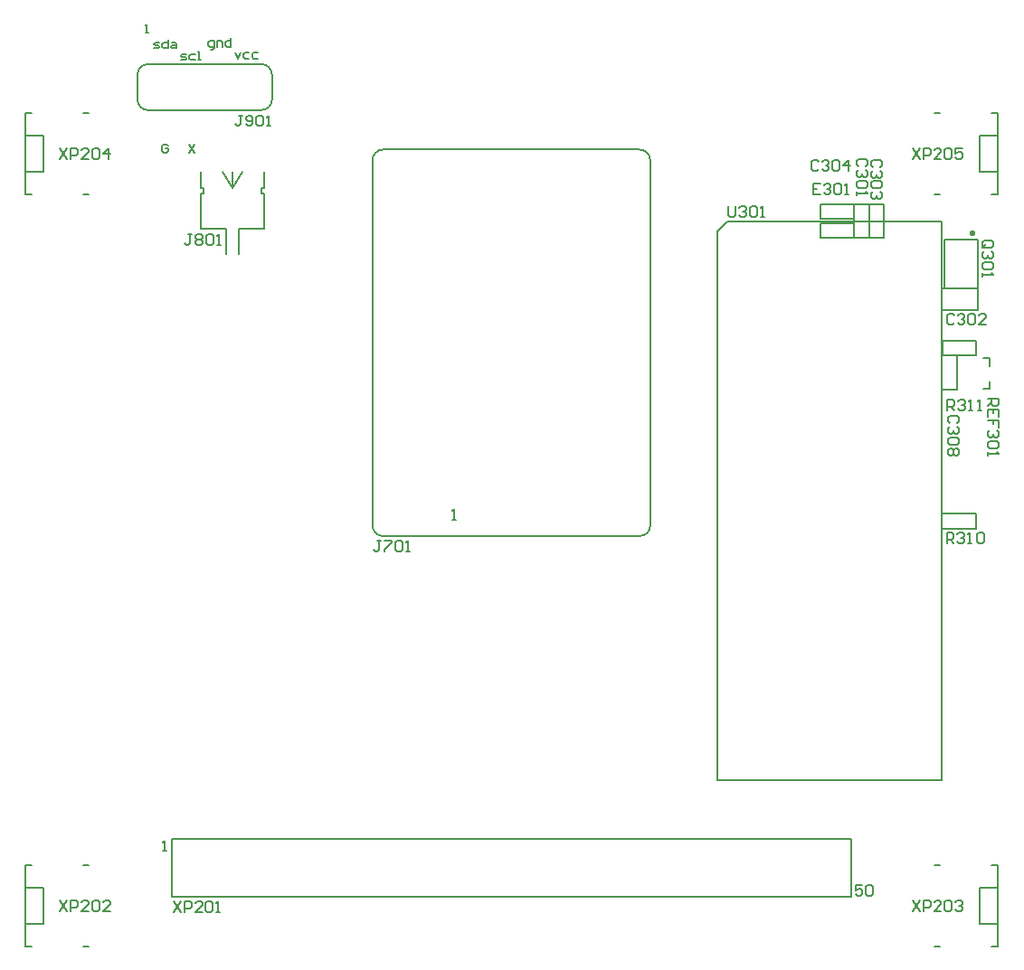
<source format=gto>
G04*
G04 #@! TF.GenerationSoftware,Altium Limited,Altium Designer,22.1.2 (22)*
G04*
G04 Layer_Color=65535*
%FSAX44Y44*%
%MOMM*%
G71*
G04*
G04 #@! TF.SameCoordinates,D4940EDF-FCE3-461B-A7F8-CC2F5B5D0F8E*
G04*
G04*
G04 #@! TF.FilePolarity,Positive*
G04*
G01*
G75*
%ADD10C,0.1530*%
%ADD11C,0.2000*%
%ADD12C,0.2540*%
D10*
X00350000Y00766000D02*
G03*
X00340000Y00756000I00000000J-00010000D01*
G01*
X00600000Y00756000D02*
G03*
X00590000Y00766000I-00010000J00000000D01*
G01*
Y00404000D02*
G03*
X00600000Y00414000I00000000J00010000D01*
G01*
X00340000D02*
G03*
X00350000Y00404000I00010000J00000000D01*
G01*
X00236000Y00803000D02*
G03*
X00246000Y00813000I00000000J00010000D01*
G01*
Y00836000D02*
G03*
X00236000Y00846000I-00010000J00000000D01*
G01*
X00130000Y00846000D02*
G03*
X00120000Y00836000I00000000J-00010000D01*
G01*
Y00813000D02*
G03*
X00130000Y00803000I00010000J00000000D01*
G01*
X00340000Y00756000D02*
X00340000Y00414000D01*
X00350000Y00766000D02*
X00590000Y00766000D01*
X00600000Y00756000D02*
X00600000Y00414000D01*
X00350000Y00403999D02*
X00590000Y00403999D01*
X00179000Y00692000D02*
Y00725000D01*
X00182000D01*
Y00730000D01*
X00179000D02*
X00182000D01*
X00179000D02*
Y00745000D01*
Y00692000D02*
X00203000D01*
Y00668000D02*
Y00692000D01*
X00239000D02*
Y00725000D01*
X00236000D02*
X00239000D01*
X00236000D02*
Y00730000D01*
X00239000D01*
Y00745000D01*
X00215000Y00692000D02*
X00239000D01*
X00215000Y00668000D02*
Y00692000D01*
X00209000Y00730000D02*
Y00745000D01*
X00199730Y00744831D02*
X00209000Y00730000D01*
X00208978Y00729957D02*
X00218273Y00744829D01*
X00130000Y00803000D02*
X00236000D01*
X00120000Y00813000D02*
Y00836000D01*
X00130000Y00846000D02*
X00236000D01*
X00246000Y00813000D02*
Y00836000D01*
X00873000Y00616000D02*
Y00636000D01*
X00907000D01*
Y00616000D02*
Y00636000D01*
X00873000Y00616000D02*
X00907000D01*
X00152000Y00066000D02*
Y00120000D01*
X00788000D01*
Y00066000D02*
Y00120000D01*
X00152000Y00066000D02*
X00788000D01*
X00873250Y00573000D02*
X00905250D01*
X00873250D02*
Y00587000D01*
X00905250D01*
Y00573000D02*
Y00587000D01*
X00672550Y00699050D02*
X00873000D01*
X00662800Y00689300D02*
X00672550Y00699050D01*
X00873000D02*
X00873000Y00175000D01*
X00805000Y00683000D02*
Y00715000D01*
X00791000Y00683000D02*
X00805000Y00683000D01*
X00791000Y00683000D02*
Y00715000D01*
X00805000D01*
X00873000Y00541000D02*
Y00573000D01*
X00887000Y00573000D01*
Y00541000D02*
Y00573000D01*
X00873000Y00541000D02*
X00887000Y00541000D01*
X00912000Y00570500D02*
X00918000D01*
Y00563000D02*
Y00570500D01*
X00912000Y00542000D02*
X00918000D01*
Y00549000D01*
X00791000Y00701000D02*
Y00715000D01*
X00759000D02*
X00791000D01*
X00759000Y00701000D02*
X00759000Y00715000D01*
X00759000Y00701000D02*
X00791000D01*
X00759000Y00697000D02*
X00791000Y00697000D01*
X00759000Y00683000D02*
Y00697000D01*
X00791000Y00697000D02*
X00791000Y00683000D01*
X00759000Y00683000D02*
X00791000Y00683000D01*
X00805000Y00715000D02*
X00819000Y00715000D01*
X00805000Y00683000D02*
Y00715000D01*
Y00683000D02*
X00819000Y00683000D01*
Y00715000D01*
X00873000Y00411000D02*
X00905000D01*
X00873000D02*
Y00425000D01*
X00905000D01*
Y00411000D02*
Y00425000D01*
X00875000Y00636000D02*
X00907000D01*
Y00682000D01*
X00875000Y00636000D02*
Y00682000D01*
X00907000D01*
X00662800Y00175000D02*
Y00689300D01*
Y00175000D02*
X00873000D01*
X00866000Y00096000D02*
X00871000D01*
X00866000Y00020000D02*
X00871000D01*
X00908000Y00041000D02*
X00925000D01*
X00908000D02*
Y00075000D01*
X00925000D01*
X00919000Y00096000D02*
X00925000D01*
X00919000Y00020000D02*
X00925000D01*
Y00096000D01*
X00866000Y00800000D02*
X00871000D01*
X00866000Y00724000D02*
X00871000D01*
X00908000Y00745000D02*
X00925000D01*
X00908000D02*
Y00779000D01*
X00925000D01*
X00919000Y00800000D02*
X00925000D01*
X00919000Y00724000D02*
X00925000D01*
Y00800000D01*
X00069000Y00020000D02*
X00074000D01*
X00069000Y00096000D02*
X00074000D01*
X00015000Y00075000D02*
X00032000D01*
Y00041000D02*
Y00075000D01*
X00015000Y00041000D02*
X00032000D01*
X00015000Y00020000D02*
X00021000D01*
X00015000Y00096000D02*
X00021000D01*
X00015000Y00020000D02*
Y00096000D01*
Y00724000D02*
Y00800000D01*
X00021000D01*
X00015000Y00724000D02*
X00021000D01*
X00015000Y00745000D02*
X00032000D01*
Y00779000D01*
X00015000D02*
X00032000D01*
X00069000Y00800000D02*
X00074000D01*
X00069000Y00724000D02*
X00074000D01*
X00148666Y00769666D02*
X00147333Y00770999D01*
X00144667D01*
X00143334Y00769666D01*
Y00764334D01*
X00144667Y00763001D01*
X00147333D01*
X00148666Y00764334D01*
Y00767000D01*
X00146000D01*
X00168334Y00770999D02*
X00173666Y00763001D01*
Y00770999D02*
X00168334Y00763001D01*
X00160670Y00850001D02*
X00164668D01*
X00166001Y00851334D01*
X00164668Y00852667D01*
X00162003D01*
X00160670Y00854000D01*
X00162003Y00855333D01*
X00166001D01*
X00173999D02*
X00170000D01*
X00168667Y00854000D01*
Y00851334D01*
X00170000Y00850001D01*
X00173999D01*
X00176665D02*
X00179330D01*
X00177997D01*
Y00857999D01*
X00176665D01*
X00135337Y00861001D02*
X00139335D01*
X00140668Y00862334D01*
X00139335Y00863667D01*
X00136670D01*
X00135337Y00865000D01*
X00136670Y00866333D01*
X00140668D01*
X00148666Y00868999D02*
Y00861001D01*
X00144667D01*
X00143334Y00862334D01*
Y00865000D01*
X00144667Y00866333D01*
X00148666D01*
X00152664D02*
X00155330D01*
X00156663Y00865000D01*
Y00861001D01*
X00152664D01*
X00151332Y00862334D01*
X00152664Y00863667D01*
X00156663D01*
X00189003Y00859668D02*
X00190336D01*
X00191668Y00861001D01*
Y00867666D01*
X00187670D01*
X00186337Y00866333D01*
Y00863667D01*
X00187670Y00862334D01*
X00191668D01*
X00194334D02*
Y00867666D01*
X00198333D01*
X00199666Y00866333D01*
Y00862334D01*
X00207663Y00870332D02*
Y00862334D01*
X00203664D01*
X00202332Y00863667D01*
Y00866333D01*
X00203664Y00867666D01*
X00207663D01*
X00211337Y00856666D02*
X00214003Y00851334D01*
X00216668Y00856666D01*
X00224666D02*
X00220667D01*
X00219334Y00855333D01*
Y00852667D01*
X00220667Y00851334D01*
X00224666D01*
X00232663Y00856666D02*
X00228664D01*
X00227332Y00855333D01*
Y00852667D01*
X00228664Y00851334D01*
X00232663D01*
X00127530Y00875530D02*
X00130196D01*
X00128863D01*
Y00883527D01*
X00127530Y00882195D01*
D11*
X00415000Y00418999D02*
X00418332D01*
X00416666D01*
Y00428996D01*
X00415000Y00427330D01*
X00144000Y00109000D02*
X00147332D01*
X00145666D01*
Y00118997D01*
X00144000Y00117331D01*
X00798664Y00076997D02*
X00792000D01*
Y00071998D01*
X00795332Y00073664D01*
X00796998D01*
X00798664Y00071998D01*
Y00068666D01*
X00796998Y00067000D01*
X00793666D01*
X00792000Y00068666D01*
X00801997Y00075331D02*
X00803663Y00076997D01*
X00806995D01*
X00808661Y00075331D01*
Y00068666D01*
X00806995Y00067000D01*
X00803663D01*
X00801997Y00068666D01*
Y00075331D01*
X00218003Y00797998D02*
X00214671D01*
X00216337D01*
Y00789668D01*
X00214671Y00788002D01*
X00213005D01*
X00211339Y00789668D01*
X00221336D02*
X00223002Y00788002D01*
X00226334D01*
X00228000Y00789668D01*
Y00796332D01*
X00226334Y00797998D01*
X00223002D01*
X00221336Y00796332D01*
Y00794666D01*
X00223002Y00793000D01*
X00228000D01*
X00231332Y00796332D02*
X00232998Y00797998D01*
X00236331D01*
X00237997Y00796332D01*
Y00789668D01*
X00236331Y00788002D01*
X00232998D01*
X00231332Y00789668D01*
Y00796332D01*
X00241329Y00788002D02*
X00244661D01*
X00242995D01*
Y00797998D01*
X00241329Y00796332D01*
X00171003Y00686998D02*
X00167671D01*
X00169337D01*
Y00678668D01*
X00167671Y00677002D01*
X00166005D01*
X00164339Y00678668D01*
X00174335Y00685332D02*
X00176002Y00686998D01*
X00179334D01*
X00181000Y00685332D01*
Y00683666D01*
X00179334Y00682000D01*
X00181000Y00680334D01*
Y00678668D01*
X00179334Y00677002D01*
X00176002D01*
X00174335Y00678668D01*
Y00680334D01*
X00176002Y00682000D01*
X00174335Y00683666D01*
Y00685332D01*
X00176002Y00682000D02*
X00179334D01*
X00184332Y00685332D02*
X00185998Y00686998D01*
X00189331D01*
X00190997Y00685332D01*
Y00678668D01*
X00189331Y00677002D01*
X00185998D01*
X00184332Y00678668D01*
Y00685332D01*
X00194329Y00677002D02*
X00197661D01*
X00195995D01*
Y00686998D01*
X00194329Y00685332D01*
X00348003Y00399998D02*
X00344671D01*
X00346337D01*
Y00391668D01*
X00344671Y00390002D01*
X00343005D01*
X00341339Y00391668D01*
X00351335Y00399998D02*
X00358000D01*
Y00398332D01*
X00351335Y00391668D01*
Y00390002D01*
X00361332Y00398332D02*
X00362998Y00399998D01*
X00366331D01*
X00367997Y00398332D01*
Y00391668D01*
X00366331Y00390002D01*
X00362998D01*
X00361332Y00391668D01*
Y00398332D01*
X00371329Y00390002D02*
X00374661D01*
X00372995D01*
Y00399998D01*
X00371329Y00398332D01*
X00916002Y00532658D02*
X00925998D01*
Y00527660D01*
X00924332Y00525993D01*
X00921000D01*
X00919334Y00527660D01*
Y00532658D01*
Y00529326D02*
X00916002Y00525993D01*
X00925998Y00515997D02*
Y00522661D01*
X00916002D01*
Y00515997D01*
X00921000Y00522661D02*
Y00519329D01*
X00925998Y00506000D02*
Y00512664D01*
X00921000D01*
Y00509332D01*
Y00512664D01*
X00916002D01*
X00924332Y00502668D02*
X00925998Y00501002D01*
Y00497669D01*
X00924332Y00496003D01*
X00922666D01*
X00921000Y00497669D01*
Y00499336D01*
Y00497669D01*
X00919334Y00496003D01*
X00917668D01*
X00916002Y00497669D01*
Y00501002D01*
X00917668Y00502668D01*
X00924332Y00492671D02*
X00925998Y00491005D01*
Y00487673D01*
X00924332Y00486006D01*
X00917668D01*
X00916002Y00487673D01*
Y00491005D01*
X00917668Y00492671D01*
X00924332D01*
X00916002Y00482674D02*
Y00479342D01*
Y00481008D01*
X00925998D01*
X00924332Y00482674D01*
X00801332Y00749997D02*
X00802998Y00751663D01*
Y00754995D01*
X00801332Y00756661D01*
X00794668D01*
X00793002Y00754995D01*
Y00751663D01*
X00794668Y00749997D01*
X00801332Y00746665D02*
X00802998Y00744998D01*
Y00741666D01*
X00801332Y00740000D01*
X00799666D01*
X00798000Y00741666D01*
Y00743332D01*
Y00741666D01*
X00796334Y00740000D01*
X00794668D01*
X00793002Y00741666D01*
Y00744998D01*
X00794668Y00746665D01*
X00801332Y00736668D02*
X00802998Y00735002D01*
Y00731669D01*
X00801332Y00730003D01*
X00794668D01*
X00793002Y00731669D01*
Y00735002D01*
X00794668Y00736668D01*
X00801332D01*
X00793002Y00726671D02*
Y00723339D01*
Y00725005D01*
X00802998D01*
X00801332Y00726671D01*
X00759003Y00733998D02*
X00752339D01*
Y00724002D01*
X00759003D01*
X00752339Y00729000D02*
X00755671D01*
X00762336Y00732332D02*
X00764002Y00733998D01*
X00767334D01*
X00769000Y00732332D01*
Y00730666D01*
X00767334Y00729000D01*
X00765668D01*
X00767334D01*
X00769000Y00727334D01*
Y00725668D01*
X00767334Y00724002D01*
X00764002D01*
X00762336Y00725668D01*
X00772332Y00732332D02*
X00773998Y00733998D01*
X00777331D01*
X00778997Y00732332D01*
Y00725668D01*
X00777331Y00724002D01*
X00773998D01*
X00772332Y00725668D01*
Y00732332D01*
X00782329Y00724002D02*
X00785661D01*
X00783995D01*
Y00733998D01*
X00782329Y00732332D01*
X00673339Y00712998D02*
Y00704668D01*
X00675005Y00703002D01*
X00678337D01*
X00680003Y00704668D01*
Y00712998D01*
X00683335Y00711332D02*
X00685002Y00712998D01*
X00688334D01*
X00690000Y00711332D01*
Y00709666D01*
X00688334Y00708000D01*
X00686668D01*
X00688334D01*
X00690000Y00706334D01*
Y00704668D01*
X00688334Y00703002D01*
X00685002D01*
X00683335Y00704668D01*
X00693332Y00711332D02*
X00694998Y00712998D01*
X00698331D01*
X00699997Y00711332D01*
Y00704668D01*
X00698331Y00703002D01*
X00694998D01*
X00693332Y00704668D01*
Y00711332D01*
X00703329Y00703002D02*
X00706661D01*
X00704995D01*
Y00712998D01*
X00703329Y00711332D01*
X00877506Y00397002D02*
Y00406998D01*
X00882504D01*
X00884170Y00405332D01*
Y00402000D01*
X00882504Y00400334D01*
X00877506D01*
X00880838D02*
X00884170Y00397002D01*
X00887502Y00405332D02*
X00889169Y00406998D01*
X00892501D01*
X00894167Y00405332D01*
Y00403666D01*
X00892501Y00402000D01*
X00890835D01*
X00892501D01*
X00894167Y00400334D01*
Y00398668D01*
X00892501Y00397002D01*
X00889169D01*
X00887502Y00398668D01*
X00897499Y00397002D02*
X00900831D01*
X00899165D01*
Y00406998D01*
X00897499Y00405332D01*
X00905830D02*
X00907496Y00406998D01*
X00910828D01*
X00912494Y00405332D01*
Y00398668D01*
X00910828Y00397002D01*
X00907496D01*
X00905830Y00398668D01*
Y00405332D01*
X00878172Y00522002D02*
Y00531998D01*
X00883170D01*
X00884836Y00530332D01*
Y00527000D01*
X00883170Y00525334D01*
X00878172D01*
X00881504D02*
X00884836Y00522002D01*
X00888169Y00530332D02*
X00889835Y00531998D01*
X00893167D01*
X00894833Y00530332D01*
Y00528666D01*
X00893167Y00527000D01*
X00891501D01*
X00893167D01*
X00894833Y00525334D01*
Y00523668D01*
X00893167Y00522002D01*
X00889835D01*
X00888169Y00523668D01*
X00898165Y00522002D02*
X00901498D01*
X00899831D01*
Y00531998D01*
X00898165Y00530332D01*
X00906496Y00522002D02*
X00909828D01*
X00908162D01*
Y00531998D01*
X00906496Y00530332D01*
X00912668Y00673997D02*
X00919332D01*
X00920998Y00675663D01*
Y00678995D01*
X00919332Y00680661D01*
X00912668D01*
X00911002Y00678995D01*
Y00675663D01*
X00914334Y00677329D02*
X00911002Y00673997D01*
Y00675663D02*
X00912668Y00673997D01*
X00919332Y00670665D02*
X00920998Y00668998D01*
Y00665666D01*
X00919332Y00664000D01*
X00917666D01*
X00916000Y00665666D01*
Y00667332D01*
Y00665666D01*
X00914334Y00664000D01*
X00912668D01*
X00911002Y00665666D01*
Y00668998D01*
X00912668Y00670665D01*
X00919332Y00660668D02*
X00920998Y00659002D01*
Y00655669D01*
X00919332Y00654003D01*
X00912668D01*
X00911002Y00655669D01*
Y00659002D01*
X00912668Y00660668D01*
X00919332D01*
X00911002Y00650671D02*
Y00647339D01*
Y00649005D01*
X00920998D01*
X00919332Y00650671D01*
X00887332Y00509663D02*
X00888998Y00511329D01*
Y00514661D01*
X00887332Y00516327D01*
X00880668D01*
X00879002Y00514661D01*
Y00511329D01*
X00880668Y00509663D01*
X00887332Y00506331D02*
X00888998Y00504664D01*
Y00501332D01*
X00887332Y00499666D01*
X00885666D01*
X00884000Y00501332D01*
Y00502998D01*
Y00501332D01*
X00882334Y00499666D01*
X00880668D01*
X00879002Y00501332D01*
Y00504664D01*
X00880668Y00506331D01*
X00887332Y00496334D02*
X00888998Y00494668D01*
Y00491335D01*
X00887332Y00489669D01*
X00880668D01*
X00879002Y00491335D01*
Y00494668D01*
X00880668Y00496334D01*
X00887332D01*
Y00486337D02*
X00888998Y00484671D01*
Y00481339D01*
X00887332Y00479673D01*
X00885666D01*
X00884000Y00481339D01*
X00882334Y00479673D01*
X00880668D01*
X00879002Y00481339D01*
Y00484671D01*
X00880668Y00486337D01*
X00882334D01*
X00884000Y00484671D01*
X00885666Y00486337D01*
X00887332D01*
X00884000Y00484671D02*
Y00481339D01*
X00884337Y00610332D02*
X00882671Y00611998D01*
X00879339D01*
X00877673Y00610332D01*
Y00603668D01*
X00879339Y00602002D01*
X00882671D01*
X00884337Y00603668D01*
X00887669Y00610332D02*
X00889335Y00611998D01*
X00892668D01*
X00894334Y00610332D01*
Y00608666D01*
X00892668Y00607000D01*
X00891002D01*
X00892668D01*
X00894334Y00605334D01*
Y00603668D01*
X00892668Y00602002D01*
X00889335D01*
X00887669Y00603668D01*
X00897666Y00610332D02*
X00899332Y00611998D01*
X00902664D01*
X00904331Y00610332D01*
Y00603668D01*
X00902664Y00602002D01*
X00899332D01*
X00897666Y00603668D01*
Y00610332D01*
X00914327Y00602002D02*
X00907663D01*
X00914327Y00608666D01*
Y00610332D01*
X00912661Y00611998D01*
X00909329D01*
X00907663Y00610332D01*
X00815332Y00749663D02*
X00816998Y00751329D01*
Y00754661D01*
X00815332Y00756327D01*
X00808668D01*
X00807002Y00754661D01*
Y00751329D01*
X00808668Y00749663D01*
X00815332Y00746331D02*
X00816998Y00744665D01*
Y00741332D01*
X00815332Y00739666D01*
X00813666D01*
X00812000Y00741332D01*
Y00742998D01*
Y00741332D01*
X00810334Y00739666D01*
X00808668D01*
X00807002Y00741332D01*
Y00744665D01*
X00808668Y00746331D01*
X00815332Y00736334D02*
X00816998Y00734668D01*
Y00731336D01*
X00815332Y00729669D01*
X00808668D01*
X00807002Y00731336D01*
Y00734668D01*
X00808668Y00736334D01*
X00815332D01*
Y00726337D02*
X00816998Y00724671D01*
Y00721339D01*
X00815332Y00719673D01*
X00813666D01*
X00812000Y00721339D01*
Y00723005D01*
Y00721339D01*
X00810334Y00719673D01*
X00808668D01*
X00807002Y00721339D01*
Y00724671D01*
X00808668Y00726337D01*
X00757337Y00754332D02*
X00755671Y00755998D01*
X00752339D01*
X00750673Y00754332D01*
Y00747668D01*
X00752339Y00746002D01*
X00755671D01*
X00757337Y00747668D01*
X00760669Y00754332D02*
X00762336Y00755998D01*
X00765668D01*
X00767334Y00754332D01*
Y00752666D01*
X00765668Y00751000D01*
X00764002D01*
X00765668D01*
X00767334Y00749334D01*
Y00747668D01*
X00765668Y00746002D01*
X00762336D01*
X00760669Y00747668D01*
X00770666Y00754332D02*
X00772332Y00755998D01*
X00775665D01*
X00777331Y00754332D01*
Y00747668D01*
X00775665Y00746002D01*
X00772332D01*
X00770666Y00747668D01*
Y00754332D01*
X00785661Y00746002D02*
Y00755998D01*
X00780663Y00751000D01*
X00787327D01*
X00154000Y00062000D02*
X00160665Y00052003D01*
Y00062000D02*
X00154000Y00052003D01*
X00163997D02*
Y00062000D01*
X00168995D01*
X00170661Y00060334D01*
Y00057002D01*
X00168995Y00055335D01*
X00163997D01*
X00180658Y00052003D02*
X00173994D01*
X00180658Y00058668D01*
Y00060334D01*
X00178992Y00062000D01*
X00175660D01*
X00173994Y00060334D01*
X00183990D02*
X00185657Y00062000D01*
X00188989D01*
X00190655Y00060334D01*
Y00053669D01*
X00188989Y00052003D01*
X00185657D01*
X00183990Y00053669D01*
Y00060334D01*
X00193987Y00052003D02*
X00197319D01*
X00195653D01*
Y00062000D01*
X00193987Y00060334D01*
X00047674Y00062998D02*
X00054339Y00053002D01*
Y00062998D02*
X00047674Y00053002D01*
X00057671D02*
Y00062998D01*
X00062669D01*
X00064335Y00061332D01*
Y00058000D01*
X00062669Y00056334D01*
X00057671D01*
X00074332Y00053002D02*
X00067668D01*
X00074332Y00059666D01*
Y00061332D01*
X00072666Y00062998D01*
X00069334D01*
X00067668Y00061332D01*
X00077664D02*
X00079331Y00062998D01*
X00082663D01*
X00084329Y00061332D01*
Y00054668D01*
X00082663Y00053002D01*
X00079331D01*
X00077664Y00054668D01*
Y00061332D01*
X00094326Y00053002D02*
X00087661D01*
X00094326Y00059666D01*
Y00061332D01*
X00092660Y00062998D01*
X00089327D01*
X00087661Y00061332D01*
X00845674Y00062998D02*
X00852339Y00053002D01*
Y00062998D02*
X00845674Y00053002D01*
X00855671D02*
Y00062998D01*
X00860669D01*
X00862336Y00061332D01*
Y00058000D01*
X00860669Y00056334D01*
X00855671D01*
X00872332Y00053002D02*
X00865668D01*
X00872332Y00059666D01*
Y00061332D01*
X00870666Y00062998D01*
X00867334D01*
X00865668Y00061332D01*
X00875665D02*
X00877331Y00062998D01*
X00880663D01*
X00882329Y00061332D01*
Y00054668D01*
X00880663Y00053002D01*
X00877331D01*
X00875665Y00054668D01*
Y00061332D01*
X00885661D02*
X00887327Y00062998D01*
X00890660D01*
X00892326Y00061332D01*
Y00059666D01*
X00890660Y00058000D01*
X00888994D01*
X00890660D01*
X00892326Y00056334D01*
Y00054668D01*
X00890660Y00053002D01*
X00887327D01*
X00885661Y00054668D01*
X00047674Y00766998D02*
X00054339Y00757002D01*
Y00766998D02*
X00047674Y00757002D01*
X00057671D02*
Y00766998D01*
X00062669D01*
X00064335Y00765332D01*
Y00762000D01*
X00062669Y00760334D01*
X00057671D01*
X00074332Y00757002D02*
X00067668D01*
X00074332Y00763666D01*
Y00765332D01*
X00072666Y00766998D01*
X00069334D01*
X00067668Y00765332D01*
X00077664D02*
X00079331Y00766998D01*
X00082663D01*
X00084329Y00765332D01*
Y00758668D01*
X00082663Y00757002D01*
X00079331D01*
X00077664Y00758668D01*
Y00765332D01*
X00092660Y00757002D02*
Y00766998D01*
X00087661Y00762000D01*
X00094326D01*
X00845674Y00766998D02*
X00852339Y00757002D01*
Y00766998D02*
X00845674Y00757002D01*
X00855671D02*
Y00766998D01*
X00860669D01*
X00862336Y00765332D01*
Y00762000D01*
X00860669Y00760334D01*
X00855671D01*
X00872332Y00757002D02*
X00865668D01*
X00872332Y00763666D01*
Y00765332D01*
X00870666Y00766998D01*
X00867334D01*
X00865668Y00765332D01*
X00875665D02*
X00877331Y00766998D01*
X00880663D01*
X00882329Y00765332D01*
Y00758668D01*
X00880663Y00757002D01*
X00877331D01*
X00875665Y00758668D01*
Y00765332D01*
X00892326Y00766998D02*
X00885661D01*
Y00762000D01*
X00888994Y00763666D01*
X00890660D01*
X00892326Y00762000D01*
Y00758668D01*
X00890660Y00757002D01*
X00887327D01*
X00885661Y00758668D01*
D12*
X00899540Y00689460D02*
X00902079D01*
Y00686921D01*
X00899540D01*
Y00689460D01*
M02*

</source>
